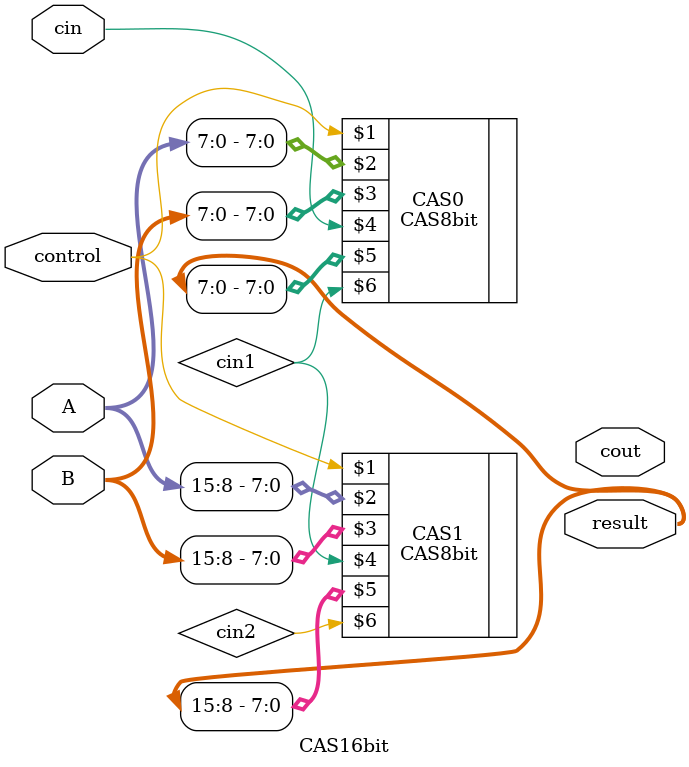
<source format=v>
module CAS16bit(control, A, B , cin, result, cout);
    input [15:0] A, B;
    input control, cin;
    output [15:0] result;
    output cout;
    wire cin1, cin2;

    CAS8bit CAS0 (control, A[7:0], B[7:0], cin, result[7:0], cin1);
    CAS8bit CAS1 (control, A[15:8], B[15:8], cin1, result[15:8], cin2);
endmodule


</source>
